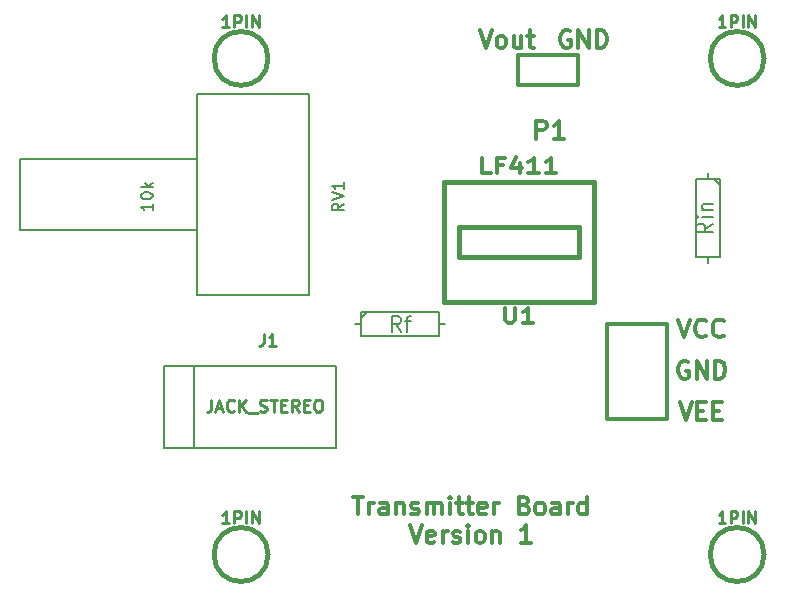
<source format=gto>
G04 (created by PCBNEW (2014-01-10 BZR 4027)-stable) date Saturday, May 10, 2014 'pmt' 10:24:49 pm*
%MOIN*%
G04 Gerber Fmt 3.4, Leading zero omitted, Abs format*
%FSLAX34Y34*%
G01*
G70*
G90*
G04 APERTURE LIST*
%ADD10C,0.00590551*%
%ADD11C,0.011811*%
%ADD12C,0.015*%
%ADD13C,0.008*%
%ADD14C,0.012*%
%ADD15C,0.01*%
G04 APERTURE END LIST*
G54D10*
G54D11*
X68307Y-59491D02*
X68644Y-59491D01*
X68475Y-60081D02*
X68475Y-59491D01*
X68841Y-60081D02*
X68841Y-59687D01*
X68841Y-59800D02*
X68869Y-59744D01*
X68897Y-59715D01*
X68953Y-59687D01*
X69010Y-59687D01*
X69460Y-60081D02*
X69460Y-59772D01*
X69431Y-59715D01*
X69375Y-59687D01*
X69263Y-59687D01*
X69206Y-59715D01*
X69460Y-60053D02*
X69403Y-60081D01*
X69263Y-60081D01*
X69206Y-60053D01*
X69178Y-59997D01*
X69178Y-59940D01*
X69206Y-59884D01*
X69263Y-59856D01*
X69403Y-59856D01*
X69460Y-59828D01*
X69741Y-59687D02*
X69741Y-60081D01*
X69741Y-59744D02*
X69769Y-59715D01*
X69825Y-59687D01*
X69910Y-59687D01*
X69966Y-59715D01*
X69994Y-59772D01*
X69994Y-60081D01*
X70247Y-60053D02*
X70303Y-60081D01*
X70416Y-60081D01*
X70472Y-60053D01*
X70500Y-59997D01*
X70500Y-59969D01*
X70472Y-59912D01*
X70416Y-59884D01*
X70331Y-59884D01*
X70275Y-59856D01*
X70247Y-59800D01*
X70247Y-59772D01*
X70275Y-59715D01*
X70331Y-59687D01*
X70416Y-59687D01*
X70472Y-59715D01*
X70753Y-60081D02*
X70753Y-59687D01*
X70753Y-59744D02*
X70781Y-59715D01*
X70838Y-59687D01*
X70922Y-59687D01*
X70978Y-59715D01*
X71006Y-59772D01*
X71006Y-60081D01*
X71006Y-59772D02*
X71034Y-59715D01*
X71091Y-59687D01*
X71175Y-59687D01*
X71231Y-59715D01*
X71259Y-59772D01*
X71259Y-60081D01*
X71541Y-60081D02*
X71541Y-59687D01*
X71541Y-59491D02*
X71512Y-59519D01*
X71541Y-59547D01*
X71569Y-59519D01*
X71541Y-59491D01*
X71541Y-59547D01*
X71737Y-59687D02*
X71962Y-59687D01*
X71822Y-59491D02*
X71822Y-59997D01*
X71850Y-60053D01*
X71906Y-60081D01*
X71962Y-60081D01*
X72075Y-59687D02*
X72300Y-59687D01*
X72159Y-59491D02*
X72159Y-59997D01*
X72187Y-60053D01*
X72244Y-60081D01*
X72300Y-60081D01*
X72722Y-60053D02*
X72665Y-60081D01*
X72553Y-60081D01*
X72497Y-60053D01*
X72469Y-59997D01*
X72469Y-59772D01*
X72497Y-59715D01*
X72553Y-59687D01*
X72665Y-59687D01*
X72722Y-59715D01*
X72750Y-59772D01*
X72750Y-59828D01*
X72469Y-59884D01*
X73003Y-60081D02*
X73003Y-59687D01*
X73003Y-59800D02*
X73031Y-59744D01*
X73059Y-59715D01*
X73115Y-59687D01*
X73172Y-59687D01*
X74015Y-59772D02*
X74100Y-59800D01*
X74128Y-59828D01*
X74156Y-59884D01*
X74156Y-59969D01*
X74128Y-60025D01*
X74100Y-60053D01*
X74043Y-60081D01*
X73818Y-60081D01*
X73818Y-59491D01*
X74015Y-59491D01*
X74071Y-59519D01*
X74100Y-59547D01*
X74128Y-59603D01*
X74128Y-59659D01*
X74100Y-59715D01*
X74071Y-59744D01*
X74015Y-59772D01*
X73818Y-59772D01*
X74493Y-60081D02*
X74437Y-60053D01*
X74409Y-60025D01*
X74381Y-59969D01*
X74381Y-59800D01*
X74409Y-59744D01*
X74437Y-59715D01*
X74493Y-59687D01*
X74578Y-59687D01*
X74634Y-59715D01*
X74662Y-59744D01*
X74690Y-59800D01*
X74690Y-59969D01*
X74662Y-60025D01*
X74634Y-60053D01*
X74578Y-60081D01*
X74493Y-60081D01*
X75196Y-60081D02*
X75196Y-59772D01*
X75168Y-59715D01*
X75112Y-59687D01*
X75000Y-59687D01*
X74943Y-59715D01*
X75196Y-60053D02*
X75140Y-60081D01*
X75000Y-60081D01*
X74943Y-60053D01*
X74915Y-59997D01*
X74915Y-59940D01*
X74943Y-59884D01*
X75000Y-59856D01*
X75140Y-59856D01*
X75196Y-59828D01*
X75478Y-60081D02*
X75478Y-59687D01*
X75478Y-59800D02*
X75506Y-59744D01*
X75534Y-59715D01*
X75590Y-59687D01*
X75646Y-59687D01*
X76096Y-60081D02*
X76096Y-59491D01*
X76096Y-60053D02*
X76040Y-60081D01*
X75928Y-60081D01*
X75871Y-60053D01*
X75843Y-60025D01*
X75815Y-59969D01*
X75815Y-59800D01*
X75843Y-59744D01*
X75871Y-59715D01*
X75928Y-59687D01*
X76040Y-59687D01*
X76096Y-59715D01*
X70191Y-60435D02*
X70388Y-61026D01*
X70584Y-60435D01*
X71006Y-60998D02*
X70950Y-61026D01*
X70838Y-61026D01*
X70781Y-60998D01*
X70753Y-60942D01*
X70753Y-60717D01*
X70781Y-60660D01*
X70838Y-60632D01*
X70950Y-60632D01*
X71006Y-60660D01*
X71034Y-60717D01*
X71034Y-60773D01*
X70753Y-60829D01*
X71287Y-61026D02*
X71287Y-60632D01*
X71287Y-60745D02*
X71316Y-60688D01*
X71344Y-60660D01*
X71400Y-60632D01*
X71456Y-60632D01*
X71625Y-60998D02*
X71681Y-61026D01*
X71794Y-61026D01*
X71850Y-60998D01*
X71878Y-60942D01*
X71878Y-60913D01*
X71850Y-60857D01*
X71794Y-60829D01*
X71709Y-60829D01*
X71653Y-60801D01*
X71625Y-60745D01*
X71625Y-60717D01*
X71653Y-60660D01*
X71709Y-60632D01*
X71794Y-60632D01*
X71850Y-60660D01*
X72131Y-61026D02*
X72131Y-60632D01*
X72131Y-60435D02*
X72103Y-60464D01*
X72131Y-60492D01*
X72159Y-60464D01*
X72131Y-60435D01*
X72131Y-60492D01*
X72497Y-61026D02*
X72440Y-60998D01*
X72412Y-60970D01*
X72384Y-60913D01*
X72384Y-60745D01*
X72412Y-60688D01*
X72440Y-60660D01*
X72497Y-60632D01*
X72581Y-60632D01*
X72637Y-60660D01*
X72665Y-60688D01*
X72694Y-60745D01*
X72694Y-60913D01*
X72665Y-60970D01*
X72637Y-60998D01*
X72581Y-61026D01*
X72497Y-61026D01*
X72947Y-60632D02*
X72947Y-61026D01*
X72947Y-60688D02*
X72975Y-60660D01*
X73031Y-60632D01*
X73115Y-60632D01*
X73172Y-60660D01*
X73200Y-60717D01*
X73200Y-61026D01*
X74240Y-61026D02*
X73903Y-61026D01*
X74071Y-61026D02*
X74071Y-60435D01*
X74015Y-60520D01*
X73959Y-60576D01*
X73903Y-60604D01*
X72525Y-43939D02*
X72722Y-44530D01*
X72919Y-43939D01*
X73200Y-44530D02*
X73143Y-44502D01*
X73115Y-44474D01*
X73087Y-44417D01*
X73087Y-44249D01*
X73115Y-44192D01*
X73143Y-44164D01*
X73200Y-44136D01*
X73284Y-44136D01*
X73340Y-44164D01*
X73368Y-44192D01*
X73397Y-44249D01*
X73397Y-44417D01*
X73368Y-44474D01*
X73340Y-44502D01*
X73284Y-44530D01*
X73200Y-44530D01*
X73903Y-44136D02*
X73903Y-44530D01*
X73650Y-44136D02*
X73650Y-44446D01*
X73678Y-44502D01*
X73734Y-44530D01*
X73818Y-44530D01*
X73875Y-44502D01*
X73903Y-44474D01*
X74100Y-44136D02*
X74325Y-44136D01*
X74184Y-43939D02*
X74184Y-44446D01*
X74212Y-44502D01*
X74268Y-44530D01*
X74325Y-44530D01*
X75534Y-43967D02*
X75478Y-43939D01*
X75393Y-43939D01*
X75309Y-43967D01*
X75253Y-44024D01*
X75224Y-44080D01*
X75196Y-44192D01*
X75196Y-44277D01*
X75224Y-44389D01*
X75253Y-44446D01*
X75309Y-44502D01*
X75393Y-44530D01*
X75449Y-44530D01*
X75534Y-44502D01*
X75562Y-44474D01*
X75562Y-44277D01*
X75449Y-44277D01*
X75815Y-44530D02*
X75815Y-43939D01*
X76152Y-44530D01*
X76152Y-43939D01*
X76434Y-44530D02*
X76434Y-43939D01*
X76574Y-43939D01*
X76659Y-43967D01*
X76715Y-44024D01*
X76743Y-44080D01*
X76771Y-44192D01*
X76771Y-44277D01*
X76743Y-44389D01*
X76715Y-44446D01*
X76659Y-44502D01*
X76574Y-44530D01*
X76434Y-44530D01*
X79133Y-53585D02*
X79330Y-54176D01*
X79527Y-53585D01*
X80061Y-54119D02*
X80033Y-54147D01*
X79949Y-54176D01*
X79893Y-54176D01*
X79808Y-54147D01*
X79752Y-54091D01*
X79724Y-54035D01*
X79696Y-53922D01*
X79696Y-53838D01*
X79724Y-53726D01*
X79752Y-53669D01*
X79808Y-53613D01*
X79893Y-53585D01*
X79949Y-53585D01*
X80033Y-53613D01*
X80061Y-53641D01*
X80652Y-54119D02*
X80624Y-54147D01*
X80539Y-54176D01*
X80483Y-54176D01*
X80399Y-54147D01*
X80343Y-54091D01*
X80314Y-54035D01*
X80286Y-53922D01*
X80286Y-53838D01*
X80314Y-53726D01*
X80343Y-53669D01*
X80399Y-53613D01*
X80483Y-53585D01*
X80539Y-53585D01*
X80624Y-53613D01*
X80652Y-53641D01*
X79471Y-54991D02*
X79415Y-54963D01*
X79330Y-54963D01*
X79246Y-54991D01*
X79190Y-55047D01*
X79161Y-55104D01*
X79133Y-55216D01*
X79133Y-55300D01*
X79161Y-55413D01*
X79190Y-55469D01*
X79246Y-55525D01*
X79330Y-55553D01*
X79386Y-55553D01*
X79471Y-55525D01*
X79499Y-55497D01*
X79499Y-55300D01*
X79386Y-55300D01*
X79752Y-55553D02*
X79752Y-54963D01*
X80089Y-55553D01*
X80089Y-54963D01*
X80371Y-55553D02*
X80371Y-54963D01*
X80511Y-54963D01*
X80596Y-54991D01*
X80652Y-55047D01*
X80680Y-55104D01*
X80708Y-55216D01*
X80708Y-55300D01*
X80680Y-55413D01*
X80652Y-55469D01*
X80596Y-55525D01*
X80511Y-55553D01*
X80371Y-55553D01*
X79190Y-56341D02*
X79386Y-56931D01*
X79583Y-56341D01*
X79780Y-56622D02*
X79977Y-56622D01*
X80061Y-56931D02*
X79780Y-56931D01*
X79780Y-56341D01*
X80061Y-56341D01*
X80314Y-56622D02*
X80511Y-56622D01*
X80596Y-56931D02*
X80314Y-56931D01*
X80314Y-56341D01*
X80596Y-56341D01*
G54D12*
X75818Y-50484D02*
X75818Y-51484D01*
X75818Y-51484D02*
X71818Y-51484D01*
X71818Y-51484D02*
X71818Y-50484D01*
X71818Y-50484D02*
X75818Y-50484D01*
X71318Y-52984D02*
X71318Y-48984D01*
X71318Y-48984D02*
X76318Y-48984D01*
X76318Y-48984D02*
X76318Y-52984D01*
X76318Y-52984D02*
X71318Y-52984D01*
G54D13*
X80118Y-48696D02*
X80118Y-48896D01*
X80118Y-51696D02*
X80118Y-51496D01*
X80118Y-51496D02*
X80518Y-51496D01*
X80518Y-51496D02*
X80518Y-48896D01*
X80518Y-48896D02*
X79718Y-48896D01*
X79718Y-48896D02*
X79718Y-51496D01*
X79718Y-51496D02*
X80118Y-51496D01*
X80318Y-48896D02*
X80518Y-49096D01*
X68381Y-53740D02*
X68581Y-53740D01*
X71381Y-53740D02*
X71181Y-53740D01*
X71181Y-53740D02*
X71181Y-53340D01*
X71181Y-53340D02*
X68581Y-53340D01*
X68581Y-53340D02*
X68581Y-54140D01*
X68581Y-54140D02*
X71181Y-54140D01*
X71181Y-54140D02*
X71181Y-53740D01*
X68581Y-53540D02*
X68781Y-53340D01*
G54D14*
X76755Y-53740D02*
X78755Y-53740D01*
X76755Y-56889D02*
X78755Y-56889D01*
X76755Y-53740D02*
X76755Y-56889D01*
X78755Y-53740D02*
X78755Y-56889D01*
G54D10*
X62007Y-55118D02*
X62992Y-55118D01*
X62007Y-55118D02*
X62007Y-57874D01*
X62007Y-57874D02*
X62992Y-57874D01*
X62992Y-57874D02*
X62992Y-57086D01*
X62992Y-55118D02*
X67716Y-55118D01*
X67716Y-55118D02*
X67716Y-57874D01*
X67716Y-57874D02*
X62992Y-57874D01*
X62992Y-57874D02*
X62992Y-55118D01*
X62992Y-55118D02*
X63188Y-55118D01*
X63090Y-48228D02*
X57185Y-48228D01*
X57185Y-48228D02*
X57185Y-50590D01*
X57185Y-50590D02*
X63090Y-50590D01*
X63090Y-46062D02*
X66830Y-46062D01*
X66830Y-46062D02*
X66830Y-52755D01*
X66830Y-52755D02*
X63090Y-52755D01*
X63090Y-52755D02*
X63090Y-46062D01*
G54D12*
X82002Y-44881D02*
G75*
G03X82002Y-44881I-900J0D01*
G74*
G01*
X65466Y-44881D02*
G75*
G03X65466Y-44881I-900J0D01*
G74*
G01*
X65466Y-61417D02*
G75*
G03X65466Y-61417I-900J0D01*
G74*
G01*
X82002Y-61417D02*
G75*
G03X82002Y-61417I-900J0D01*
G74*
G01*
G54D14*
X75803Y-45775D02*
X73803Y-45775D01*
X75803Y-45775D02*
X75803Y-44775D01*
X75803Y-44775D02*
X73803Y-44775D01*
X73803Y-44775D02*
X73803Y-45775D01*
X73361Y-53186D02*
X73361Y-53591D01*
X73390Y-53639D01*
X73418Y-53662D01*
X73476Y-53686D01*
X73590Y-53686D01*
X73647Y-53662D01*
X73676Y-53639D01*
X73704Y-53591D01*
X73704Y-53186D01*
X74304Y-53686D02*
X73961Y-53686D01*
X74133Y-53686D02*
X74133Y-53186D01*
X74076Y-53258D01*
X74018Y-53305D01*
X73961Y-53329D01*
X72890Y-48686D02*
X72604Y-48686D01*
X72604Y-48186D01*
X73290Y-48424D02*
X73090Y-48424D01*
X73090Y-48686D02*
X73090Y-48186D01*
X73376Y-48186D01*
X73861Y-48353D02*
X73861Y-48686D01*
X73718Y-48162D02*
X73576Y-48519D01*
X73947Y-48519D01*
X74490Y-48686D02*
X74147Y-48686D01*
X74318Y-48686D02*
X74318Y-48186D01*
X74261Y-48258D01*
X74204Y-48305D01*
X74147Y-48329D01*
X75061Y-48686D02*
X74718Y-48686D01*
X74890Y-48686D02*
X74890Y-48186D01*
X74833Y-48258D01*
X74776Y-48305D01*
X74718Y-48329D01*
G54D13*
X80290Y-50387D02*
X80028Y-50553D01*
X80290Y-50673D02*
X79740Y-50673D01*
X79740Y-50482D01*
X79766Y-50434D01*
X79793Y-50411D01*
X79845Y-50387D01*
X79924Y-50387D01*
X79976Y-50411D01*
X80002Y-50434D01*
X80028Y-50482D01*
X80028Y-50673D01*
X80290Y-50173D02*
X79924Y-50173D01*
X79740Y-50173D02*
X79766Y-50196D01*
X79793Y-50173D01*
X79766Y-50149D01*
X79740Y-50173D01*
X79793Y-50173D01*
X79924Y-49934D02*
X80290Y-49934D01*
X79976Y-49934D02*
X79950Y-49911D01*
X79924Y-49863D01*
X79924Y-49792D01*
X79950Y-49744D01*
X80002Y-49720D01*
X80290Y-49720D01*
X69893Y-54012D02*
X69727Y-53750D01*
X69608Y-54012D02*
X69608Y-53462D01*
X69798Y-53462D01*
X69846Y-53488D01*
X69869Y-53515D01*
X69893Y-53567D01*
X69893Y-53646D01*
X69869Y-53698D01*
X69846Y-53724D01*
X69798Y-53750D01*
X69608Y-53750D01*
X70036Y-53646D02*
X70227Y-53646D01*
X70108Y-54012D02*
X70108Y-53541D01*
X70131Y-53488D01*
X70179Y-53462D01*
X70227Y-53462D01*
G54D15*
X65320Y-54057D02*
X65320Y-54343D01*
X65301Y-54400D01*
X65263Y-54438D01*
X65206Y-54457D01*
X65168Y-54457D01*
X65720Y-54457D02*
X65492Y-54457D01*
X65606Y-54457D02*
X65606Y-54057D01*
X65568Y-54115D01*
X65530Y-54153D01*
X65492Y-54172D01*
X63573Y-56257D02*
X63573Y-56543D01*
X63554Y-56600D01*
X63516Y-56638D01*
X63459Y-56657D01*
X63420Y-56657D01*
X63744Y-56543D02*
X63935Y-56543D01*
X63706Y-56657D02*
X63840Y-56257D01*
X63973Y-56657D01*
X64335Y-56619D02*
X64316Y-56638D01*
X64259Y-56657D01*
X64220Y-56657D01*
X64163Y-56638D01*
X64125Y-56600D01*
X64106Y-56562D01*
X64087Y-56486D01*
X64087Y-56429D01*
X64106Y-56353D01*
X64125Y-56315D01*
X64163Y-56277D01*
X64220Y-56257D01*
X64259Y-56257D01*
X64316Y-56277D01*
X64335Y-56296D01*
X64506Y-56657D02*
X64506Y-56257D01*
X64735Y-56657D02*
X64563Y-56429D01*
X64735Y-56257D02*
X64506Y-56486D01*
X64811Y-56696D02*
X65116Y-56696D01*
X65192Y-56638D02*
X65249Y-56657D01*
X65344Y-56657D01*
X65382Y-56638D01*
X65401Y-56619D01*
X65420Y-56581D01*
X65420Y-56543D01*
X65401Y-56505D01*
X65382Y-56486D01*
X65344Y-56467D01*
X65268Y-56448D01*
X65230Y-56429D01*
X65211Y-56410D01*
X65192Y-56372D01*
X65192Y-56334D01*
X65211Y-56296D01*
X65230Y-56277D01*
X65268Y-56257D01*
X65363Y-56257D01*
X65420Y-56277D01*
X65535Y-56257D02*
X65763Y-56257D01*
X65649Y-56657D02*
X65649Y-56257D01*
X65897Y-56448D02*
X66030Y-56448D01*
X66087Y-56657D02*
X65897Y-56657D01*
X65897Y-56257D01*
X66087Y-56257D01*
X66487Y-56657D02*
X66354Y-56467D01*
X66259Y-56657D02*
X66259Y-56257D01*
X66411Y-56257D01*
X66449Y-56277D01*
X66468Y-56296D01*
X66487Y-56334D01*
X66487Y-56391D01*
X66468Y-56429D01*
X66449Y-56448D01*
X66411Y-56467D01*
X66259Y-56467D01*
X66659Y-56448D02*
X66792Y-56448D01*
X66849Y-56657D02*
X66659Y-56657D01*
X66659Y-56257D01*
X66849Y-56257D01*
X67097Y-56257D02*
X67173Y-56257D01*
X67211Y-56277D01*
X67249Y-56315D01*
X67268Y-56391D01*
X67268Y-56524D01*
X67249Y-56600D01*
X67211Y-56638D01*
X67173Y-56657D01*
X67097Y-56657D01*
X67059Y-56638D01*
X67020Y-56600D01*
X67001Y-56524D01*
X67001Y-56391D01*
X67020Y-56315D01*
X67059Y-56277D01*
X67097Y-56257D01*
G54D10*
X67994Y-49722D02*
X67806Y-49853D01*
X67994Y-49947D02*
X67600Y-49947D01*
X67600Y-49797D01*
X67619Y-49760D01*
X67637Y-49741D01*
X67675Y-49722D01*
X67731Y-49722D01*
X67769Y-49741D01*
X67787Y-49760D01*
X67806Y-49797D01*
X67806Y-49947D01*
X67600Y-49610D02*
X67994Y-49478D01*
X67600Y-49347D01*
X67994Y-49010D02*
X67994Y-49235D01*
X67994Y-49122D02*
X67600Y-49122D01*
X67656Y-49160D01*
X67694Y-49197D01*
X67712Y-49235D01*
X61616Y-49722D02*
X61616Y-49947D01*
X61616Y-49835D02*
X61222Y-49835D01*
X61278Y-49872D01*
X61316Y-49910D01*
X61334Y-49947D01*
X61222Y-49478D02*
X61222Y-49441D01*
X61241Y-49403D01*
X61259Y-49385D01*
X61297Y-49366D01*
X61372Y-49347D01*
X61466Y-49347D01*
X61541Y-49366D01*
X61578Y-49385D01*
X61597Y-49403D01*
X61616Y-49441D01*
X61616Y-49478D01*
X61597Y-49516D01*
X61578Y-49535D01*
X61541Y-49553D01*
X61466Y-49572D01*
X61372Y-49572D01*
X61297Y-49553D01*
X61259Y-49535D01*
X61241Y-49516D01*
X61222Y-49478D01*
X61616Y-49178D02*
X61222Y-49178D01*
X61466Y-49141D02*
X61616Y-49028D01*
X61353Y-49028D02*
X61503Y-49178D01*
G54D15*
X80711Y-43843D02*
X80483Y-43843D01*
X80597Y-43843D02*
X80597Y-43443D01*
X80559Y-43500D01*
X80521Y-43539D01*
X80483Y-43558D01*
X80883Y-43843D02*
X80883Y-43443D01*
X81035Y-43443D01*
X81073Y-43462D01*
X81092Y-43481D01*
X81111Y-43519D01*
X81111Y-43577D01*
X81092Y-43615D01*
X81073Y-43634D01*
X81035Y-43653D01*
X80883Y-43653D01*
X81283Y-43843D02*
X81283Y-43443D01*
X81473Y-43843D02*
X81473Y-43443D01*
X81702Y-43843D01*
X81702Y-43443D01*
X64176Y-43843D02*
X63947Y-43843D01*
X64062Y-43843D02*
X64062Y-43443D01*
X64024Y-43500D01*
X63985Y-43539D01*
X63947Y-43558D01*
X64347Y-43843D02*
X64347Y-43443D01*
X64500Y-43443D01*
X64538Y-43462D01*
X64557Y-43481D01*
X64576Y-43519D01*
X64576Y-43577D01*
X64557Y-43615D01*
X64538Y-43634D01*
X64500Y-43653D01*
X64347Y-43653D01*
X64747Y-43843D02*
X64747Y-43443D01*
X64938Y-43843D02*
X64938Y-43443D01*
X65166Y-43843D01*
X65166Y-43443D01*
X64176Y-60379D02*
X63947Y-60379D01*
X64062Y-60379D02*
X64062Y-59979D01*
X64024Y-60036D01*
X63985Y-60074D01*
X63947Y-60093D01*
X64347Y-60379D02*
X64347Y-59979D01*
X64500Y-59979D01*
X64538Y-59998D01*
X64557Y-60017D01*
X64576Y-60055D01*
X64576Y-60112D01*
X64557Y-60150D01*
X64538Y-60169D01*
X64500Y-60188D01*
X64347Y-60188D01*
X64747Y-60379D02*
X64747Y-59979D01*
X64938Y-60379D02*
X64938Y-59979D01*
X65166Y-60379D01*
X65166Y-59979D01*
X80711Y-60379D02*
X80483Y-60379D01*
X80597Y-60379D02*
X80597Y-59979D01*
X80559Y-60036D01*
X80521Y-60074D01*
X80483Y-60093D01*
X80883Y-60379D02*
X80883Y-59979D01*
X81035Y-59979D01*
X81073Y-59998D01*
X81092Y-60017D01*
X81111Y-60055D01*
X81111Y-60112D01*
X81092Y-60150D01*
X81073Y-60169D01*
X81035Y-60188D01*
X80883Y-60188D01*
X81283Y-60379D02*
X81283Y-59979D01*
X81473Y-60379D02*
X81473Y-59979D01*
X81702Y-60379D01*
X81702Y-59979D01*
G54D14*
X74415Y-47557D02*
X74415Y-46957D01*
X74643Y-46957D01*
X74701Y-46986D01*
X74729Y-47014D01*
X74758Y-47072D01*
X74758Y-47157D01*
X74729Y-47214D01*
X74701Y-47243D01*
X74643Y-47272D01*
X74415Y-47272D01*
X75329Y-47557D02*
X74986Y-47557D01*
X75158Y-47557D02*
X75158Y-46957D01*
X75101Y-47043D01*
X75043Y-47100D01*
X74986Y-47129D01*
M02*

</source>
